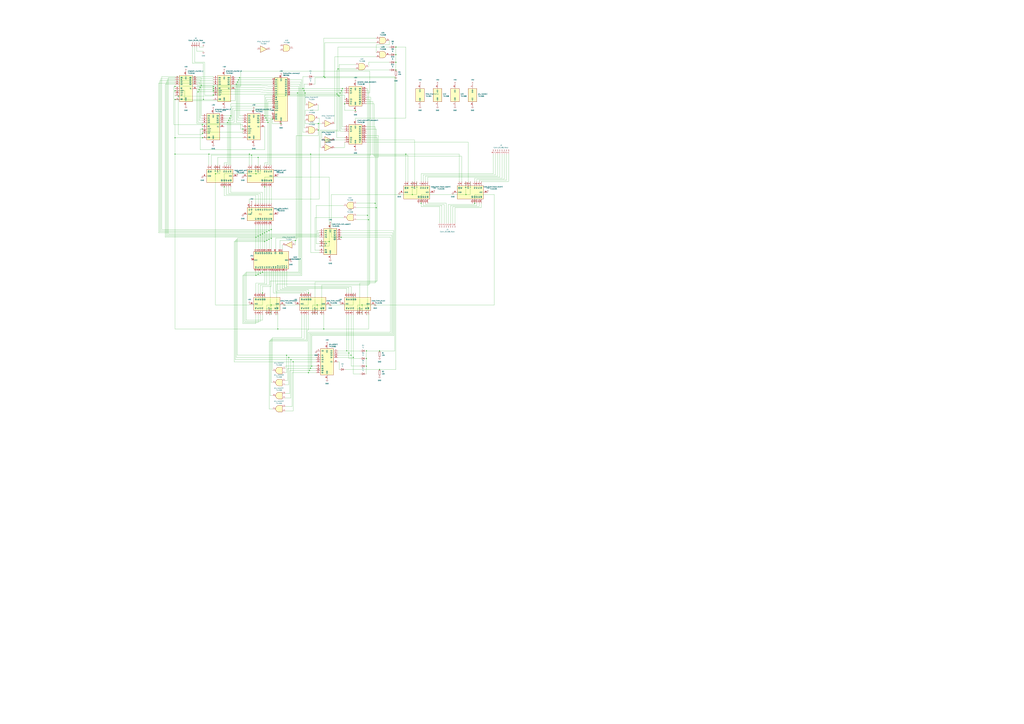
<source format=kicad_sch>
(kicad_sch (version 20211123) (generator eeschema)
  (paper "A0")
  (junction (at 203.2 100.33))
  (junction (at 264.16 142.24))
  (junction (at 260.35 217.17))
  (junction (at 289.56 179.07))
  (junction (at 459.74 54.61))
  (junction (at 332.74 412.75))
  (junction (at 396.24 105.41))
  (junction (at 353.06 105.41))
  (junction (at 391.16 109.22))
  (junction (at 340.36 420.37))
  (junction (at 234.95 144.78))
  (junction (at 396.24 275.59))
  (junction (at 488.95 236.22))
  (junction (at 309.88 279.4))
  (junction (at 541.02 226.06))
  (junction (at 459.74 63.5))
  (junction (at 302.26 273.05))
  (junction (at 394.97 107.95))
  (junction (at 368.3 354.33))
  (junction (at 304.8 316.23))
  (junction (at 375.92 382.27))
  (junction (at 311.15 142.24))
  (junction (at 360.68 427.99))
  (junction (at 307.34 217.17))
  (junction (at 247.65 110.49))
  (junction (at 375.92 88.9))
  (junction (at 299.72 182.88))
  (junction (at 203.2 105.41))
  (junction (at 342.9 279.4))
  (junction (at 377.19 90.17))
  (junction (at 420.37 354.33))
  (junction (at 351.79 102.87))
  (junction (at 307.34 134.62))
  (junction (at 459.74 81.28))
  (junction (at 400.05 120.65))
  (junction (at 436.88 241.3))
  (junction (at 267.97 134.62))
  (junction (at 203.2 179.07))
  (junction (at 229.87 106.68))
  (junction (at 314.96 276.86))
  (junction (at 207.01 111.76))
  (junction (at 312.42 267.97))
  (junction (at 369.57 143.51))
  (junction (at 309.88 269.24))
  (junction (at 307.34 280.67))
  (junction (at 309.88 139.7))
  (junction (at 361.95 425.45))
  (junction (at 392.43 110.49))
  (junction (at 233.68 99.06))
  (junction (at 316.23 138.43))
  (junction (at 427.99 255.27))
  (junction (at 281.94 149.86))
  (junction (at 234.95 154.94))
  (junction (at 358.14 340.36))
  (junction (at 250.19 201.93))
  (junction (at 297.18 275.59))
  (junction (at 397.51 102.87))
  (junction (at 276.86 92.71))
  (junction (at 478.79 226.06))
  (junction (at 426.72 250.19))
  (junction (at 392.43 80.01))
  (junction (at 322.58 382.27))
  (junction (at 304.8 271.78))
  (junction (at 382.27 280.67))
  (junction (at 435.61 236.22))
  (junction (at 354.33 107.95))
  (junction (at 231.14 104.14))
  (junction (at 242.57 179.07))
  (junction (at 551.18 236.22))
  (junction (at 425.45 407.67))
  (junction (at 308.61 137.16))
  (junction (at 247.65 105.41))
  (junction (at 369.57 151.13))
  (junction (at 274.32 97.79))
  (junction (at 326.39 143.51))
  (junction (at 358.14 433.07))
  (junction (at 247.65 102.87))
  (junction (at 234.95 149.86))
  (junction (at 266.7 137.16))
  (junction (at 278.13 90.17))
  (junction (at 275.59 95.25))
  (junction (at 471.17 179.07))
  (junction (at 360.68 179.07))
  (junction (at 302.26 317.5))
  (junction (at 337.82 417.83))
  (junction (at 297.18 201.93))
  (junction (at 299.72 318.77))
  (junction (at 412.75 128.27))
  (junction (at 440.69 407.67))
  (junction (at 393.7 111.76))
  (junction (at 232.41 101.6))
  (junction (at 402.59 407.67))
  (junction (at 312.42 278.13))
  (junction (at 307.34 270.51))
  (junction (at 407.67 412.75))
  (junction (at 359.41 430.53))
  (junction (at 405.13 410.21))
  (junction (at 247.65 100.33))
  (junction (at 304.8 340.36))
  (junction (at 203.2 115.57))
  (junction (at 297.18 320.04))
  (junction (at 335.28 415.29))
  (junction (at 345.44 107.95))
  (junction (at 314.96 354.33))
  (junction (at 234.95 160.02))
  (junction (at 299.72 274.32))
  (junction (at 410.21 415.29))
  (junction (at 440.69 429.26))
  (junction (at 425.45 416.56))
  (junction (at 292.1 180.34))
  (junction (at 425.45 425.45))
  (junction (at 236.22 115.57))
  (junction (at 203.2 160.02))
  (junction (at 459.74 72.39))
  (junction (at 265.43 139.7))
  (junction (at 314.96 266.7))
  (wire (pts (xy 299.72 182.88) (xy 299.72 191.77)))
  (wire (pts (xy 309.88 279.4) (xy 273.05 279.4)))
  (wire (pts (xy 203.2 100.33) (xy 203.2 102.87)))
  (wire (pts (xy 425.45 147.32) (xy 435.61 147.32)))
  (wire (pts (xy 307.34 217.17) (xy 307.34 236.22)))
  (wire (pts (xy 302.26 317.5) (xy 302.26 314.96)))
  (wire (pts (xy 193.04 274.32) (xy 193.04 95.25)))
  (wire (pts (xy 307.34 110.49) (xy 316.23 110.49)))
  (wire (pts (xy 271.78 420.37) (xy 271.78 280.67)))
  (wire (pts (xy 347.98 317.5) (xy 347.98 97.79)))
  (wire (pts (xy 233.68 99.06) (xy 233.68 134.62)))
  (wire (pts (xy 304.8 332.74) (xy 314.96 332.74)))
  (wire (pts (xy 307.34 189.23) (xy 307.34 191.77)))
  (wire (pts (xy 279.4 82.55) (xy 279.4 100.33)))
  (wire (pts (xy 309.88 190.5) (xy 312.42 190.5)))
  (wire (pts (xy 265.43 139.7) (xy 260.35 139.7)))
  (wire (pts (xy 402.59 407.67) (xy 392.43 407.67)))
  (wire (pts (xy 247.65 93.98) (xy 185.42 93.98)))
  (wire (pts (xy 317.5 340.36) (xy 317.5 314.96)))
  (wire (pts (xy 252.73 182.88) (xy 252.73 191.77)))
  (wire (pts (xy 365.76 365.76) (xy 365.76 327.66)))
  (wire (pts (xy 457.2 389.89) (xy 457.2 267.97)))
  (wire (pts (xy 322.58 382.27) (xy 322.58 365.76)))
  (wire (pts (xy 410.21 365.76) (xy 410.21 415.29)))
  (wire (pts (xy 223.52 54.61) (xy 223.52 73.66)))
  (wire (pts (xy 358.14 354.33) (xy 314.96 354.33)))
  (wire (pts (xy 520.7 237.49) (xy 551.18 237.49)))
  (wire (pts (xy 201.93 144.78) (xy 201.93 100.33)))
  (wire (pts (xy 309.88 330.2) (xy 309.88 314.96)))
  (wire (pts (xy 307.34 147.32) (xy 307.34 173.99)))
  (wire (pts (xy 377.19 49.53) (xy 436.88 49.53)))
  (wire (pts (xy 375.92 88.9) (xy 364.49 88.9)))
  (wire (pts (xy 471.17 179.07) (xy 533.4 179.07)))
  (wire (pts (xy 307.34 173.99) (xy 232.41 173.99)))
  (wire (pts (xy 336.55 110.49) (xy 392.43 110.49)))
  (wire (pts (xy 314.96 354.33) (xy 314.96 365.76)))
  (wire (pts (xy 365.76 90.17) (xy 377.19 90.17)))
  (wire (pts (xy 325.12 289.56) (xy 325.12 279.4)))
  (wire (pts (xy 203.2 105.41) (xy 203.2 107.95)))
  (wire (pts (xy 345.44 107.95) (xy 354.33 107.95)))
  (wire (pts (xy 392.43 110.49) (xy 392.43 151.13)))
  (wire (pts (xy 425.45 416.56) (xy 425.45 425.45)))
  (wire (pts (xy 556.26 240.03) (xy 556.26 236.22)))
  (wire (pts (xy 393.7 111.76) (xy 393.7 152.4)))
  (wire (pts (xy 405.13 334.01) (xy 330.2 334.01)))
  (wire (pts (xy 335.28 415.29) (xy 335.28 447.04)))
  (wire (pts (xy 535.94 181.61) (xy 434.34 181.61)))
  (wire (pts (xy 260.35 134.62) (xy 267.97 134.62)))
  (wire (pts (xy 558.8 210.82) (xy 590.55 210.82)))
  (wire (pts (xy 392.43 151.13) (xy 372.11 151.13)))
  (wire (pts (xy 276.86 92.71) (xy 316.23 92.71)))
  (wire (pts (xy 193.04 95.25) (xy 203.2 95.25)))
  (wire (pts (xy 231.14 54.61) (xy 236.22 54.61)))
  (wire (pts (xy 203.2 115.57) (xy 236.22 115.57)))
  (wire (pts (xy 397.51 102.87) (xy 397.51 147.32)))
  (wire (pts (xy 320.04 365.76) (xy 321.31 365.76)))
  (wire (pts (xy 307.34 280.67) (xy 307.34 289.56)))
  (wire (pts (xy 351.79 102.87) (xy 351.79 153.67)))
  (wire (pts (xy 281.94 375.92) (xy 281.94 320.04)))
  (wire (pts (xy 234.95 144.78) (xy 281.94 144.78)))
  (wire (pts (xy 186.69 91.44) (xy 247.65 91.44)))
  (wire (pts (xy 187.96 88.9) (xy 187.96 266.7)))
  (wire (pts (xy 336.55 430.53) (xy 336.55 457.2)))
  (wire (pts (xy 273.05 116.84) (xy 214.63 116.84)))
  (wire (pts (xy 425.45 162.56) (xy 481.33 162.56)))
  (wire (pts (xy 314.96 134.62) (xy 307.34 134.62)))
  (wire (pts (xy 302.26 273.05) (xy 369.57 273.05)))
  (wire (pts (xy 491.49 238.76) (xy 513.08 238.76)))
  (wire (pts (xy 459.74 54.61) (xy 471.17 54.61)))
  (wire (pts (xy 435.61 236.22) (xy 435.61 328.93)))
  (wire (pts (xy 350.52 92.71) (xy 336.55 92.71)))
  (wire (pts (xy 307.34 134.62) (xy 307.34 110.49)))
  (wire (pts (xy 435.61 328.93) (xy 417.83 328.93)))
  (wire (pts (xy 314.96 217.17) (xy 314.96 236.22)))
  (wire (pts (xy 245.11 180.34) (xy 292.1 180.34)))
  (wire (pts (xy 260.35 227.33) (xy 297.18 227.33)))
  (wire (pts (xy 491.49 203.2) (xy 491.49 210.82)))
  (wire (pts (xy 313.69 191.77) (xy 312.42 191.77)))
  (wire (pts (xy 336.55 105.41) (xy 353.06 105.41)))
  (wire (pts (xy 271.78 128.27) (xy 271.78 142.24)))
  (wire (pts (xy 435.61 147.32) (xy 435.61 236.22)))
  (wire (pts (xy 279.4 149.86) (xy 281.94 149.86)))
  (wire (pts (xy 359.41 430.53) (xy 336.55 430.53)))
  (wire (pts (xy 358.14 336.55) (xy 358.14 340.36)))
  (wire (pts (xy 455.93 270.51) (xy 455.93 388.62)))
  (wire (pts (xy 396.24 275.59) (xy 453.39 275.59)))
  (wire (pts (xy 262.89 226.06) (xy 262.89 217.17)))
  (wire (pts (xy 369.57 151.13) (xy 369.57 143.51)))
  (wire (pts (xy 232.41 149.86) (xy 234.95 149.86)))
  (wire (pts (xy 331.47 447.04) (xy 335.28 447.04)))
  (wire (pts (xy 370.84 231.14) (xy 289.56 231.14)))
  (wire (pts (xy 283.21 374.65) (xy 299.72 374.65)))
  (wire (pts (xy 367.03 238.76) (xy 367.03 283.21)))
  (wire (pts (xy 415.29 354.33) (xy 420.37 354.33)))
  (wire (pts (xy 322.58 111.76) (xy 393.7 111.76)))
  (wire (pts (xy 410.21 434.34) (xy 417.83 434.34)))
  (wire (pts (xy 194.31 273.05) (xy 302.26 273.05)))
  (wire (pts (xy 297.18 320.04) (xy 350.52 320.04)))
  (wire (pts (xy 430.53 180.34) (xy 430.53 113.03)))
  (wire (pts (xy 245.11 191.77) (xy 245.11 180.34)))
  (wire (pts (xy 546.1 226.06) (xy 546.1 210.82)))
  (wire (pts (xy 247.65 109.22) (xy 391.16 109.22)))
  (wire (pts (xy 316.23 100.33) (xy 300.99 99.06)))
  (wire (pts (xy 297.18 320.04) (xy 297.18 314.96)))
  (wire (pts (xy 400.05 147.32) (xy 397.51 147.32)))
  (wire (pts (xy 367.03 415.29) (xy 335.28 415.29)))
  (wire (pts (xy 308.61 137.16) (xy 313.69 137.16)))
  (wire (pts (xy 274.32 415.29) (xy 274.32 278.13)))
  (wire (pts (xy 325.12 279.4) (xy 342.9 279.4)))
  (wire (pts (xy 410.21 354.33) (xy 368.3 354.33)))
  (wire (pts (xy 316.23 102.87) (xy 300.99 101.6)))
  (wire (pts (xy 434.34 120.65) (xy 425.45 120.65)))
  (wire (pts (xy 361.95 389.89) (xy 457.2 389.89)))
  (wire (pts (xy 265.43 139.7) (xy 265.43 190.5)))
  (wire (pts (xy 588.01 209.55) (xy 588.01 179.07)))
  (wire (pts (xy 316.23 138.43) (xy 316.23 143.51)))
  (wire (pts (xy 207.01 156.21) (xy 207.01 111.76)))
  (wire (pts (xy 335.28 415.29) (xy 274.32 415.29)))
  (wire (pts (xy 410.21 415.29) (xy 410.21 434.34)))
  (wire (pts (xy 452.12 72.39) (xy 427.99 72.39)))
  (wire (pts (xy 510.54 259.08) (xy 510.54 240.03)))
  (wire (pts (xy 325.12 314.96) (xy 325.12 336.55)))
  (wire (pts (xy 185.42 269.24) (xy 309.88 269.24)))
  (wire (pts (xy 234.95 149.86) (xy 234.95 152.4)))
  (wire (pts (xy 300.99 106.68) (xy 229.87 106.68)))
  (wire (pts (xy 494.03 237.49) (xy 494.03 236.22)))
  (wire (pts (xy 360.68 293.37) (xy 360.68 179.07)))
  (wire (pts (xy 370.84 137.16) (xy 370.84 231.14)))
  (wire (pts (xy 321.31 330.2) (xy 429.26 330.2)))
  (wire (pts (xy 402.59 365.76) (xy 402.59 407.67)))
  (wire (pts (xy 515.62 237.49) (xy 494.03 237.49)))
  (wire (pts (xy 307.34 137.16) (xy 308.61 137.16)))
  (wire (pts (xy 412.75 137.16) (xy 412.75 139.7)))
  (wire (pts (xy 309.88 139.7) (xy 309.88 115.57)))
  (wire (pts (xy 436.88 149.86) (xy 425.45 149.86)))
  (wire (pts (xy 307.34 261.62) (xy 307.34 270.51)))
  (wire (pts (xy 577.85 204.47) (xy 577.85 179.07)))
  (wire (pts (xy 304.8 340.36) (xy 304.8 354.33)))
  (wire (pts (xy 250.19 354.33) (xy 250.19 201.93)))
  (wire (pts (xy 247.65 96.52) (xy 247.65 97.79)))
  (wire (pts (xy 488.95 226.06) (xy 488.95 236.22)))
  (wire (pts (xy 237.49 110.49) (xy 247.65 110.49)))
  (wire (pts (xy 551.18 210.82) (xy 551.18 207.01)))
  (wire (pts (xy 321.31 365.76) (xy 321.31 330.2)))
  (wire (pts (xy 402.59 340.36) (xy 402.59 335.28)))
  (wire (pts (xy 355.6 340.36) (xy 355.6 337.82)))
  (wire (pts (xy 267.97 134.62) (xy 267.97 120.65)))
  (wire (pts (xy 195.58 271.78) (xy 195.58 90.17)))
  (wire (pts (xy 302.26 273.05) (xy 302.26 289.56)))
  (wire (pts (xy 358.14 433.07) (xy 339.09 433.07)))
  (wire (pts (xy 314.96 266.7) (xy 314.96 276.86)))
  (wire (pts (xy 229.87 106.68) (xy 229.87 142.24)))
  (wire (pts (xy 331.47 477.52) (xy 340.36 477.52)))
  (wire (pts (xy 289.56 231.14) (xy 289.56 236.22)))
  (wire (pts (xy 203.2 97.79) (xy 191.77 97.79)))
  (wire (pts (xy 405.13 410.21) (xy 392.43 410.21)))
  (wire (pts (xy 334.01 427.99) (xy 334.01 441.96)))
  (wire (pts (xy 336.55 457.2) (xy 331.47 457.2)))
  (wire (pts (xy 250.19 201.93) (xy 255.27 201.93)))
  (wire (pts (xy 273.05 90.17) (xy 278.13 90.17)))
  (wire (pts (xy 426.72 102.87) (xy 426.72 250.19)))
  (wire (pts (xy 398.78 238.76) (xy 367.03 238.76)))
  (wire (pts (xy 425.45 407.67) (xy 440.69 407.67)))
  (wire (pts (xy 382.27 280.67) (xy 382.27 205.74)))
  (wire (pts (xy 353.06 393.7) (xy 314.96 393.7)))
  (wire (pts (xy 278.13 90.17) (xy 278.13 134.62)))
  (wire (pts (xy 330.2 334.01) (xy 330.2 314.96)))
  (wire (pts (xy 267.97 134.62) (xy 267.97 191.77)))
  (wire (pts (xy 299.72 274.32) (xy 299.72 289.56)))
  (wire (pts (xy 414.02 236.22) (xy 435.61 236.22)))
  (wire (pts (xy 270.51 139.7) (xy 265.43 139.7)))
  (wire (pts (xy 510.54 240.03) (xy 488.95 240.03)))
  (wire (pts (xy 229.87 97.79) (xy 228.6 97.79)))
  (wire (pts (xy 429.26 107.95) (xy 425.45 107.95)))
  (wire (pts (xy 273.05 102.87) (xy 273.05 116.84)))
  (wire (pts (xy 316.23 125.73) (xy 270.51 125.73)))
  (wire (pts (xy 336.55 100.33) (xy 346.71 100.33)))
  (wire (pts (xy 356.87 383.54) (xy 356.87 396.24)))
  (wire (pts (xy 234.95 160.02) (xy 281.94 160.02)))
  (wire (pts (xy 369.57 128.27) (xy 354.33 128.27)))
  (wire (pts (xy 558.8 241.3) (xy 528.32 241.3)))
  (wire (pts (xy 360.68 179.07) (xy 289.56 179.07)))
  (wire (pts (xy 402.59 335.28) (xy 327.66 335.28)))
  (wire (pts (xy 304.8 223.52) (xy 267.97 223.52)))
  (wire (pts (xy 271.78 142.24) (xy 264.16 142.24)))
  (wire (pts (xy 186.69 267.97) (xy 186.69 91.44)))
  (wire (pts (xy 309.88 269.24) (xy 309.88 279.4)))
  (wire (pts (xy 275.59 95.25) (xy 316.23 95.25)))
  (wire (pts (xy 191.77 97.79) (xy 191.77 275.59)))
  (wire (pts (xy 400.05 165.1) (xy 400.05 171.45)))
  (wire (pts (xy 284.48 373.38) (xy 284.48 317.5)))
  (wire (pts (xy 369.57 143.51) (xy 354.33 143.51)))
  (wire (pts (xy 336.55 102.87) (xy 351.79 102.87)))
  (wire (pts (xy 392.43 412.75) (xy 407.67 412.75)))
  (wire (pts (xy 572.77 201.93) (xy 572.77 179.07)))
  (wire (pts (xy 304.8 236.22) (xy 304.8 223.52)))
  (wire (pts (xy 262.89 191.77) (xy 262.89 190.5)))
  (wire (pts (xy 433.07 118.11) (xy 433.07 180.34)))
  (wire (pts (xy 322.58 337.82) (xy 322.58 314.96)))
  (wire (pts (xy 281.94 134.62) (xy 278.13 134.62)))
  (wire (pts (xy 351.79 153.67) (xy 354.33 153.67)))
  (wire (pts (xy 361.95 425.45) (xy 361.95 389.89)))
  (wire (pts (xy 273.05 417.83) (xy 337.82 417.83)))
  (wire (pts (xy 496.57 236.22) (xy 518.16 236.22)))
  (wire (pts (xy 322.58 382.27) (xy 375.92 382.27)))
  (wire (pts (xy 255.27 191.77) (xy 255.27 201.93)))
  (wire (pts (xy 300.99 104.14) (xy 231.14 104.14)))
  (wire (pts (xy 237.49 110.49) (xy 237.49 72.39)))
  (wire (pts (xy 354.33 107.95) (xy 354.33 121.92)))
  (wire (pts (xy 458.47 407.67) (xy 458.47 88.9)))
  (wire (pts (xy 373.38 331.47) (xy 373.38 365.76)))
  (wire (pts (xy 312.42 474.98) (xy 316.23 474.98)))
  (wire (pts (xy 361.95 425.45) (xy 331.47 425.45)))
  (wire (pts (xy 299.72 226.06) (xy 262.89 226.06)))
  (wire (pts (xy 370.84 274.32) (xy 370.84 273.05)))
  (wire (pts (xy 439.42 182.88) (xy 299.72 182.88)))
  (wire (pts (xy 203.2 179.07) (xy 203.2 160.02)))
  (wire (pts (xy 436.88 52.07) (xy 436.88 60.96)))
  (wire (pts (xy 308.61 113.03) (xy 316.23 113.03)))
  (wire (pts (xy 299.72 261.62) (xy 299.72 274.32)))
  (wire (pts (xy 430.53 113.03) (xy 425.45 113.03)))
  (wire (pts (xy 262.89 190.5) (xy 265.43 190.5)))
  (wire (pts (xy 299.72 182.88) (xy 252.73 182.88)))
  (wire (pts (xy 229.87 142.24) (xy 234.95 142.24)))
  (wire (pts (xy 392.43 110.49) (xy 400.05 110.49)))
  (wire (pts (xy 471.17 54.61) (xy 471.17 137.16)))
  (wire (pts (xy 363.22 354.33) (xy 368.3 354.33)))
  (wire (pts (xy 405.13 340.36) (xy 405.13 334.01)))
  (wire (pts (xy 273.05 92.71) (xy 276.86 92.71)))
  (wire (pts (xy 297.18 201.93) (xy 260.35 201.93)))
  (wire (pts (xy 289.56 179.07) (xy 242.57 179.07)))
  (wire (pts (xy 551.18 226.06) (xy 551.18 236.22)))
  (wire (pts (xy 420.37 354.33) (xy 420.37 365.76)))
  (wire (pts (xy 400.05 152.4) (xy 394.97 152.4)))
  (wire (pts (xy 396.24 275.59) (xy 384.81 275.59)))
  (wire (pts (xy 292.1 180.34) (xy 292.1 191.77)))
  (wire (pts (xy 274.32 97.79) (xy 316.23 97.79)))
  (wire (pts (xy 353.06 148.59) (xy 354.33 148.59)))
  (wire (pts (xy 297.18 275.59) (xy 370.84 275.59)))
  (wire (pts (xy 194.31 92.71) (xy 194.31 273.05)))
  (wire (pts (xy 354.33 107.95) (xy 394.97 107.95)))
  (wire (pts (xy 454.66 387.35) (xy 454.66 273.05)))
  (wire (pts (xy 281.94 139.7) (xy 275.59 139.7)))
  (wire (pts (xy 331.47 433.07) (xy 332.74 433.07)))
  (wire (pts (xy 369.57 151.13) (xy 369.57 157.48)))
  (wire (pts (xy 195.58 271.78) (xy 304.8 271.78)))
  (wire (pts (xy 396.24 105.41) (xy 400.05 105.41)))
  (wire (pts (xy 392.43 420.37) (xy 393.7 420.37)))
  (wire (pts (xy 515.62 259.08) (xy 515.62 237.49)))
  (wire (pts (xy 302.26 331.47) (xy 312.42 331.47)))
  (wire (pts (xy 471.17 179.07) (xy 471.17 210.82)))
  (wire (pts (xy 304.8 316.23) (xy 304.8 314.96)))
  (wire (pts (xy 558.8 236.22) (xy 558.8 241.3)))
  (wire (pts (xy 203.2 115.57) (xy 203.2 160.02)))
  (wire (pts (xy 356.87 396.24) (xy 312.42 396.24)))
  (wire (pts (xy 316.23 459.74) (xy 313.69 459.74)))
  (wire (pts (xy 427.99 105.41) (xy 427.99 255.27)))
  (wire (pts (xy 292.1 180.34) (xy 430.53 180.34)))
  (wire (pts (xy 349.25 95.25) (xy 349.25 318.77)))
  (wire (pts (xy 367.03 283.21) (xy 370.84 283.21)))
  (wire (pts (xy 314.96 393.7) (xy 314.96 444.5)))
  (wire (pts (xy 228.6 102.87) (xy 228.6 143.51)))
  (wire (pts (xy 320.04 314.96) (xy 320.04 339.09)))
  (wire (pts (xy 373.38 152.4) (xy 373.38 162.56)))
  (wire (pts (xy 350.52 340.36) (xy 317.5 340.36)))
  (wire (pts (xy 313.69 459.74) (xy 313.69 394.97)))
  (wire (pts (xy 193.04 274.32) (xy 299.72 274.32)))
  (wire (pts (xy 553.72 236.22) (xy 553.72 238.76)))
  (wire (pts (xy 234.95 134.62) (xy 233.68 134.62)))
  (wire (pts (xy 273.05 95.25) (xy 275.59 95.25)))
  (wire (pts (xy 394.97 107.95) (xy 400.05 107.95)))
  (wire (pts (xy 372.11 171.45) (xy 373.38 171.45)))
  (wire (pts (xy 350.52 320.04) (xy 350.52 92.71)))
  (wire (pts (xy 543.56 165.1) (xy 543.56 210.82)))
  (wire (pts (xy 334.01 441.96) (xy 331.47 441.96)))
  (wire (pts (xy 365.76 327.66) (xy 436.88 327.66)))
  (wire (pts (xy 236.22 115.57) (xy 236.22 73.66)))
  (wire (pts (xy 185.42 93.98) (xy 185.42 269.24)))
  (wire (pts (xy 459.74 54.61) (xy 459.74 63.5)))
  (wire (pts (xy 345.44 107.95) (xy 345.44 276.86)))
  (wire (pts (xy 350.52 392.43) (xy 350.52 365.76)))
  (wire (pts (xy 393.7 152.4) (xy 373.38 152.4)))
  (wire (pts (xy 297.18 328.93) (xy 297.18 340.36)))
  (wire (pts (xy 309.88 191.77) (xy 309.88 190.5)))
  (wire (pts (xy 478.79 226.06) (xy 483.87 226.06)))
  (wire (pts (xy 247.65 95.25) (xy 247.65 93.98)))
  (wire (pts (xy 391.16 160.02) (xy 400.05 160.02)))
  (wire (pts (xy 184.15 96.52) (xy 247.65 96.52)))
  (wire (pts (xy 360.68 427.99) (xy 334.01 427.99)))
  (wire (pts (xy 556.26 210.82) (xy 556.26 209.55)))
  (wire (pts (xy 273.05 97.79) (xy 274.32 97.79)))
  (wire (pts (xy 229.87 106.68) (xy 229.87 97.79)))
  (wire (pts (xy 312.42 267.97) (xy 312.42 278.13)))
  (wire (pts (xy 299.72 340.36) (xy 299.72 330.2)))
  (wire (pts (xy 400.05 128.27) (xy 412.75 128.27)))
  (wire (pts (xy 347.98 97.79) (xy 336.55 97.79)))
  (wire (pts (xy 368.3 271.78) (xy 368.3 267.97)))
  (wire (pts (xy 556.26 209.55) (xy 588.01 209.55)))
  (wire (pts (xy 580.39 179.07) (xy 580.39 205.74)))
  (wire (pts (xy 313.69 137.16) (xy 313.69 191.77)))
  (wire (pts (xy 391.16 109.22) (xy 391.16 160.02)))
  (wire (pts (xy 436.88 44.45) (xy 375.92 44.45)))
  (wire (pts (xy 351.79 88.9) (xy 356.87 88.9)))
  (wire (pts (xy 525.78 240.03) (xy 556.26 240.03)))
  (wire (pts (xy 247.65 110.49) (xy 247.65 109.22)))
  (wire (pts (xy 274.32 278.13) (xy 312.42 278.13)))
  (wire (pts (xy 231.14 104.14) (xy 231.14 139.7)))
  (wire (pts (xy 264.16 142.24) (xy 264.16 189.23)))
  (wire (pts (xy 342.9 279.4) (xy 342.9 284.48)))
  (wire (pts (xy 260.35 191.77) (xy 260.35 189.23)))
  (wire (pts (xy 425.45 157.48) (xy 439.42 157.48)))
  (wire (pts (xy 353.06 365.76) (xy 353.06 393.7)))
  (wire (pts (xy 355.6 337.82) (xy 322.58 337.82)))
  (wire (pts (xy 273.05 279.4) (xy 273.05 417.83)))
  (wire (pts (xy 363.22 365.76) (xy 363.22 354.33)))
  (wire (pts (xy 304.8 372.11) (xy 304.8 365.76)))
  (wire (pts (xy 297.18 227.33) (xy 297.18 236.22)))
  (wire (pts (xy 297.18 201.93) (xy 302.26 201.93)))
  (wire (pts (xy 427.99 382.27) (xy 427.99 365.76)))
  (wire (pts (xy 332.74 314.96) (xy 332.74 332.74)))
  (wire (pts (xy 355.6 394.97) (xy 355.6 365.76)))
  (wire (pts (xy 367.03 430.53) (xy 359.41 430.53)))
  (wire (pts (xy 353.06 339.09) (xy 353.06 340.36)))
  (wire (pts (xy 369.57 143.51) (xy 373.38 143.51)))
  (wire (pts (xy 388.62 66.04) (xy 436.88 66.04)))
  (wire (pts (xy 425.45 105.41) (xy 427.99 105.41)))
  (wire (pts (xy 234.95 147.32) (xy 234.95 144.78)))
  (wire (pts (xy 307.34 139.7) (xy 309.88 139.7)))
  (wire (pts (xy 436.88 241.3) (xy 436.88 149.86)))
  (wire (pts (xy 425.45 102.87) (xy 426.72 102.87)))
  (wire (pts (xy 553.72 238.76) (xy 523.24 238.76)))
  (wire (pts (xy 452.12 46.99) (xy 452.12 52.07)))
  (wire (pts (xy 289.56 191.77) (xy 289.56 179.07)))
  (wire (pts (xy 359.41 430.53) (xy 359.41 387.35)))
  (wire (pts (xy 276.86 92.71) (xy 276.86 137.16)))
  (wire (pts (xy 459.74 72.39) (xy 459.74 81.28)))
  (wire (pts (xy 266.7 137.16) (xy 260.35 137.16)))
  (wire (pts (xy 331.47 425.45) (xy 331.47 427.99)))
  (wire (pts (xy 354.33 143.51) (xy 354.33 139.7)))
  (wire (pts (xy 203.2 179.07) (xy 203.2 382.27)))
  (wire (pts (xy 279.4 100.33) (xy 247.65 100.33)))
  (wire (pts (xy 336.55 95.25) (xy 349.25 95.25)))
  (wire (pts (xy 302.26 261.62) (xy 302.26 273.05)))
  (wire (pts (xy 370.84 293.37) (xy 360.68 293.37)))
  (wire (pts (xy 228.6 143.51) (xy 279.4 143.51)))
  (wire (pts (xy 407.67 365.76) (xy 407.67 412.75)))
  (wire (pts (xy 346.71 100.33) (xy 346.71 316.23)))
  (wire (pts (xy 297.18 191.77) (xy 297.18 201.93)))
  (wire (pts (xy 232.41 137.16) (xy 234.95 137.16)))
  (wire (pts (xy 457.2 267.97) (xy 396.24 267.97)))
  (wire (pts (xy 346.71 316.23) (xy 304.8 316.23)))
  (wire (pts (xy 232.41 173.99) (xy 232.41 149.86)))
  (wire (pts (xy 304.8 271.78) (xy 368.3 271.78)))
  (wire (pts (xy 203.2 160.02) (xy 234.95 160.02)))
  (wire (pts (xy 309.88 354.33) (xy 314.96 354.33)))
  (wire (pts (xy 269.24 137.16) (xy 266.7 137.16)))
  (wire (pts (xy 322.58 90.17) (xy 322.58 111.76)))
  (wire (pts (xy 388.62 162.56) (xy 400.05 162.56)))
  (wire (pts (xy 367.03 433.07) (xy 358.14 433.07)))
  (wire (pts (xy 284.48 317.5) (xy 302.26 317.5)))
  (wire (pts (xy 339.09 472.44) (xy 331.47 472.44)))
  (wire (pts (xy 440.69 407.67) (xy 458.47 407.67)))
  (wire (pts (xy 580.39 205.74) (xy 496.57 205.74)))
  (wire (pts (xy 309.88 261.62) (xy 309.88 269.24)))
  (wire (pts (xy 311.15 189.23) (xy 307.34 189.23)))
  (wire (pts (xy 438.15 326.39) (xy 313.69 326.39)))
  (wire (pts (xy 410.21 340.36) (xy 410.21 354.33)))
  (wire (pts (xy 392.43 110.49) (xy 392.43 80.01)))
  (wire (pts (xy 299.72 374.65) (xy 299.72 365.76)))
  (wire (pts (xy 429.26 82.55) (xy 279.4 82.55)))
  (wire (pts (xy 332.74 412.75) (xy 367.03 412.75)))
  (wire (pts (xy 433.07 180.34) (xy 473.71 180.34)))
  (wire (pts (xy 425.45 160.02) (xy 438.15 160.02)))
  (wire (pts (xy 247.65 111.76) (xy 247.65 110.49)))
  (wire (pts (xy 365.76 290.83) (xy 365.76 252.73)))
  (wire (pts (xy 377.19 90.17) (xy 459.74 90.17)))
  (wire (pts (xy 316.23 143.51) (xy 326.39 143.51)))
  (wire (pts (xy 281.94 153.67) (xy 281.94 154.94)))
  (wire (pts (xy 316.23 128.27) (xy 271.78 128.27)))
  (wire (pts (xy 369.57 273.05) (xy 369.57 270.51)))
  (wire (pts (xy 396.24 149.86) (xy 400.05 149.86)))
  (wire (pts (xy 336.55 107.95) (xy 345.44 107.95)))
  (wire (pts (xy 365.76 252.73) (xy 398.78 252.73)))
  (wire (pts (xy 494.03 210.82) (xy 494.03 204.47)))
  (wire (pts (xy 203.2 100.33) (xy 247.65 100.33)))
  (wire (pts (xy 300.99 101.6) (xy 232.41 101.6)))
  (wire (pts (xy 541.02 226.06) (xy 541.02 210.82)))
  (wire (pts (xy 299.72 236.22) (xy 299.72 226.06)))
  (wire (pts (xy 312.42 331.47) (xy 312.42 314.96)))
  (wire (pts (xy 459.74 429.26) (xy 440.69 429.26)))
  (wire (pts (xy 247.65 100.33) (xy 247.65 102.87)))
  (wire (pts (xy 314.96 261.62) (xy 314.96 266.7)))
  (wire (pts (xy 368.3 354.33) (xy 368.3 365.76)))
  (wire (pts (xy 375.92 44.45) (xy 375.92 88.9)))
  (wire (pts (xy 332.74 332.74) (xy 407.67 332.74)))
  (wire (pts (xy 533.4 179.07) (xy 533.4 210.82)))
  (wire (pts (xy 274.32 97.79) (xy 274.32 142.24)))
  (wire (pts (xy 458.47 88.9) (xy 375.92 88.9)))
  (wire (pts (xy 184.15 270.51) (xy 307.34 270.51)))
  (wire (pts (xy 402.59 407.67) (xy 417.83 407.67)))
  (wire (pts (xy 304.8 271.78) (xy 304.8 289.56)))
  (wire (pts (xy 302.26 201.93) (xy 302.26 191.77)))
  (wire (pts (xy 358.14 365.76) (xy 358.14 383.54)))
  (wire (pts (xy 396.24 270.51) (xy 455.93 270.51)))
  (wire (pts (xy 518.16 236.22) (xy 518.16 259.08)))
  (wire (pts (xy 250.19 191.77) (xy 250.19 201.93)))
  (wire (pts (xy 339.09 433.07) (xy 339.09 472.44)))
  (wire (pts (xy 344.17 279.4) (xy 342.9 279.4)))
  (wire (pts (xy 312.42 190.5) (xy 312.42 139.7)))
  (wire (pts (xy 388.62 143.51) (xy 388.62 66.04)))
  (wire (pts (xy 203.2 110.49) (xy 203.2 111.76)))
  (wire (pts (xy 271.78 280.67) (xy 307.34 280.67)))
  (wire (pts (xy 201.93 100.33) (xy 203.2 100.33)))
  (wire (pts (xy 299.72 318.77) (xy 283.21 318.77)))
  (wire (pts (xy 260.35 217.17) (xy 260.35 227.33)))
  (wire (pts (xy 242.57 191.77) (xy 242.57 179.07)))
  (wire (pts (xy 520.7 259.08) (xy 520.7 237.49)))
  (wire (pts (xy 312.42 217.17) (xy 312.42 236.22)))
  (wire (pts (xy 279.4 143.51) (xy 279.4 149.86)))
  (wire (pts (xy 528.32 241.3) (xy 528.32 259.08)))
  (wire (pts (xy 392.43 80.01) (xy 392.43 54.61)))
  (wire (pts (xy 281.94 144.78) (xy 281.94 147.32)))
  (wire (pts (xy 327.66 335.28) (xy 327.66 314.96)))
  (wire (pts (xy 405.13 365.76) (xy 405.13 410.21)))
  (wire (pts (xy 236.22 115.57) (xy 247.65 115.57)))
  (wire (pts (xy 478.79 226.06) (xy 478.79 210.82)))
  (wire (pts (xy 382.27 285.75) (xy 370.84 285.75)))
  (wire (pts (xy 392.43 54.61) (xy 452.12 54.61)))
  (wire (pts (xy 453.39 275.59) (xy 453.39 386.08)))
  (wire (pts (xy 234.95 139.7) (xy 231.14 139.7)))
  (wire (pts (xy 370.84 290.83) (xy 365.76 290.83)))
  (wire (pts (xy 307.34 270.51) (xy 307.34 280.67)))
  (wire (pts (xy 302.26 340.36) (xy 302.26 331.47)))
  (wire (pts (xy 186.69 267.97) (xy 312.42 267.97)))
  (wire (pts (xy 285.75 316.23) (xy 285.75 372.11)))
  (wire (pts (xy 311.15 142.24) (xy 311.15 189.23)))
  (wire (pts (xy 307.34 205.74) (xy 307.34 217.17)))
  (wire (pts (xy 425.45 118.11) (xy 433.07 118.11)))
  (wire (pts (xy 415.29 365.76) (xy 415.29 354.33)))
  (wire (pts (xy 203.2 111.76) (xy 207.01 111.76)))
  (wire (pts (xy 353.06 105.41) (xy 396.24 105.41)))
  (wire (pts (xy 312.42 261.62) (xy 312.42 267.97)))
  (wire (pts (xy 429.26 115.57) (xy 429.26 330.2)))
  (wire (pts (xy 392.43 80.01) (xy 412.75 80.01)))
  (wire (pts (xy 394.97 107.95) (xy 394.97 152.4)))
  (wire (pts (xy 304.8 354.33) (xy 250.19 354.33)))
  (wire (pts (xy 353.06 105.41) (xy 353.06 97.79)))
  (wire (pts (xy 314.96 444.5) (xy 316.23 444.5)))
  (wire (pts (xy 453.39 386.08) (xy 358.14 386.08)))
  (wire (pts (xy 304.8 261.62) (xy 304.8 271.78)))
  (wire (pts (xy 513.08 238.76) (xy 513.08 259.08)))
  (wire (pts (xy 349.25 318.77) (xy 299.72 318.77)))
  (wire (pts (xy 265.43 224.79) (xy 302.26 224.79)))
  (wire (pts (xy 582.93 207.01) (xy 582.93 179.07)))
  (wire (pts (xy 523.24 238.76) (xy 523.24 259.08)))
  (wire (pts (xy 231.14 104.14) (xy 231.14 95.25)))
  (wire (pts (xy 575.31 203.2) (xy 491.49 203.2)))
  (wire (pts (xy 228.6 59.69) (xy 236.22 59.69)))
  (wire (pts (xy 354.33 128.27) (xy 354.33 134.62)))
  (wire (pts (xy 360.68 427.99) (xy 367.03 427.99)))
  (wire (pts (xy 247.65 88.9) (xy 187.96 88.9)))
  (wire (pts (xy 316.23 392.43) (xy 350.52 392.43)))
  (wire (pts (xy 260.35 201.93) (xy 260.35 217.17)))
  (wire (pts (xy 187.96 266.7) (xy 314.96 266.7)))
  (wire (pts (xy 553.72 210.82) (xy 553.72 208.28)))
  (wire (pts (xy 267.97 223.52) (xy 267.97 217.17)))
  (wire (pts (xy 311.15 118.11) (xy 316.23 118.11)))
  (wire (pts (xy 285.75 372.11) (xy 304.8 372.11)))
  (wire (pts (xy 452.12 52.07) (xy 436.88 52.07)))
  (wire (pts (xy 425.45 165.1) (xy 543.56 165.1)))
  (wire (pts (xy 276.86 137.16) (xy 281.94 137.16)))
  (wire (pts (xy 459.74 63.5) (xy 459.74 72.39)))
  (wire (pts (xy 283.21 318.77) (xy 283.21 374.65)))
  (wire (pts (xy 426.72 365.76) (xy 425.45 365.76)))
  (wire (pts (xy 375.92 382.27) (xy 427.99 382.27)))
  (wire (pts (xy 414.02 241.3) (xy 436.88 241.3)))
  (wire (pts (xy 320.04 339.09) (xy 353.06 339.09)))
  (wire (pts (xy 214.63 116.84) (xy 214.63 105.41)))
  (wire (pts (xy 297.18 275.59) (xy 297.18 289.56)))
  (wire (pts (xy 270.51 125.73) (xy 270.51 139.7)))
  (wire (pts (xy 473.71 180.34) (xy 473.71 210.82)))
  (wire (pts (xy 400.05 118.11) (xy 400.05 120.65)))
  (wire (pts (xy 425.45 425.45) (xy 425.45 434.34)))
  (wire (pts (xy 364.49 97.79) (xy 365.76 97.79)))
  (wire (pts (xy 400.05 171.45) (xy 388.62 171.45)))
  (wire (pts (xy 281.94 153.67) (xy 234.95 153.67)))
  (wire (pts (xy 553.72 208.28) (xy 585.47 208.28)))
  (wire (pts (xy 312.42 278.13) (xy 312.42 289.56)))
  (wire (pts (xy 496.57 205.74) (xy 496.57 210.82)))
  (wire (pts (xy 327.66 284.48) (xy 327.66 289.56)))
  (wire (pts (xy 488.95 210.82) (xy 488.95 201.93)))
  (wire (pts (xy 407.67 332.74) (xy 407.67 340.36)))
  (wire (pts (xy 481.33 162.56) (xy 481.33 210.82)))
  (wire (pts (xy 309.88 115.57) (xy 316.23 115.57)))
  (wire (pts (xy 391.16 81.28) (xy 452.12 81.28)))
  (wire (pts (xy 316.23 107.95) (xy 300.99 106.68)))
  (wire (pts (xy 234.95 144.78) (xy 201.93 144.78)))
  (wire (pts (xy 247.65 90.17) (xy 247.65 88.9)))
  (wire (pts (xy 440.69 429.26) (xy 401.32 429.26)))
  (wire (pts (xy 382.27 205.74) (xy 307.34 205.74)))
  (wire (pts (xy 353.06 97.79) (xy 356.87 97.79)))
  (wire (pts (xy 377.19 90.17) (xy 377.19 49.53)))
  (wire (pts (xy 426.72 250.19) (xy 426.72 365.76)))
  (wire (pts (xy 267.97 120.65) (xy 316.23 120.65)))
  (wire (pts (xy 226.06 72.39) (xy 226.06 54.61)))
  (wire (pts (xy 332.74 412.75) (xy 332.74 433.07)))
  (wire (pts (xy 365.76 97.79) (xy 365.76 90.17)))
  (wire (pts (xy 384.81 275.59) (xy 384.81 226.06)))
  (wire (pts (xy 266.7 137.16) (xy 266.7 191.77)))
  (wire (pts (xy 407.67 425.45) (xy 417.83 425.45)))
  (wire (pts (xy 590.55 210.82) (xy 590.55 179.07)))
  (wire (pts (xy 396.24 105.41) (xy 396.24 149.86)))
  (wire (pts (xy 234.95 156.21) (xy 207.01 156.21)))
  (wire (pts (xy 316.23 105.41) (xy 300.99 104.14)))
  (wire (pts (xy 382.27 280.67) (xy 382.27 285.75)))
  (wire (pts (xy 247.65 91.44) (xy 247.65 92.71)))
  (wire (pts (xy 307.34 142.24) (xy 311.15 142.24)))
  (wire (pts (xy 551.18 237.49) (xy 551.18 236.22)))
  (wire (pts (xy 320.04 276.86) (xy 320.04 289.56)))
  (wire (pts (xy 417.83 328.93) (xy 417.83 365.76)))
  (wire (pts (xy 420.37 354.33) (xy 574.04 354.33)))
  (wire (pts (xy 308.61 137.16) (xy 308.61 113.03)))
  (wire (pts (xy 340.36 420.37) (xy 340.36 477.52)))
  (wire (pts (xy 414.02 250.19) (xy 426.72 250.19)))
  (wire (pts (xy 275.59 95.25) (xy 275.59 139.7)))
  (wire (pts (xy 340.36 420.37) (xy 271.78 420.37)))
  (wire (pts (xy 307.34 314.96) (xy 307.34 328.93)))
  (wire (pts (xy 234.95 153.67) (xy 234.95 154.94)))
  (wire (pts (xy 265.43 191.77) (xy 266.7 191.77)))
  (wire (pts (xy 299.72 318.77) (xy 299.72 314.96)))
  (wire (pts (xy 191.77 275.59) (xy 297.18 275.59)))
  (wire (pts (xy 434.34 181.61) (xy 434.34 120.65)))
  (wire (pts (xy 313.69 365.76) (xy 312.42 365.76)))
  (wire (pts (xy 242.57 179.07) (xy 203.2 179.07)))
  (wire (pts (xy 228.6 54.61) (xy 228.6 59.69)))
  (wire (pts (xy 454.66 273.05) (xy 396.24 273.05)))
  (wire (pts (xy 309.88 217.17) (xy 309.88 236.22)))
  (wire (pts (xy 214.63 105.41) (xy 203.2 105.41)))
  (wire (pts (xy 304.8 340.36) (xy 304.8 332.74)))
  (wire (pts (xy 309.88 279.4) (xy 309.88 289.56)))
  (wire (pts (xy 337.82 417.83) (xy 367.03 417.83)))
  (wire (pts (xy 302.26 224.79) (xy 302.26 236.22)))
  (wire (pts (xy 297.18 261.62) (xy 297.18 275.59)))
  (wire (pts (xy 247.65 105.41) (xy 247.65 107.95)))
  (wire (pts (xy 223.52 73.66) (xy 236.22 73.66)))
  (wire (pts (xy 551.18 207.01) (xy 582.93 207.01)))
  (wire (pts (xy 320.04 276.86) (xy 345.44 276.86)))
  (wire (pts (xy 309.88 365.76) (xy 309.88 354.33)))
  (wire (pts (xy 302.26 373.38) (xy 284.48 373.38)))
  (wire (pts (xy 400.05 110.49) (xy 400.05 115.57)))
  (wire (pts (xy 541.02 226.06) (xy 546.1 226.06)))
  (wire (pts (xy 311.15 142.24) (xy 311.15 118.11)))
  (wire (pts (xy 358.14 383.54) (xy 356.87 383.54)))
  (wire (pts (xy 307.34 328.93) (xy 297.18 328.93)))
  (wire (pts (xy 353.06 105.41) (xy 353.06 148.59)))
  (wire (pts (xy 316.23 135.89) (xy 316.23 138.43)))
  (wire (pts (xy 331.47 462.28) (xy 337.82 462.28)))
  (wire (pts (xy 525.78 259.08) (xy 525.78 240.03)))
  (wire (pts (xy 427.99 255.27) (xy 427.99 331.47)))
  (wire (pts (xy 314.96 332.74) (xy 314.96 314.96)))
  (wire (pts (xy 269.24 123.19) (xy 269.24 137.16)))
  (wire (pts (xy 234.95 154.94) (xy 234.95 156.21)))
  (wire (pts (xy 414.02 255.27) (xy 427.99 255.27)))
  (wire (pts (xy 351.79 102.87) (xy 351.79 88.9)))
  (wire (pts (xy 494.03 204.47) (xy 577.85 204.47)))
  (wire (pts (xy 459.74 90.17) (xy 459.74 429.26)))
  (wire (pts (xy 281.94 320.04) (xy 297.18 320.04)))
  (wire (pts (xy 360.68 388.62) (xy 360.68 427.99)))
  (wire (pts (xy 488.95 226.06) (xy 541.02 226.06)))
  (wire (pts (xy 393.7 420.37) (xy 393.7 429.26)))
  (wire (pts (xy 367.03 420.37) (xy 340.36 420.37)))
  (wire (pts (xy 233.68 90.17) (xy 228.6 90.17)))
  (wire (pts (xy 313.69 394.97) (xy 355.6 394.97)))
  (wire (pts (xy 316.23 123.19) (xy 269.24 123.19)))
  (wire (pts (xy 314.96 276.86) (xy 314.96 289.56)))
  (wire (pts (xy 535.94 210.82) (xy 535.94 181.61)))
  (wire (pts (xy 369.57 137.16) (xy 370.84 137.16)))
  (wire (pts (xy 312.42 396.24) (xy 312.42 474.98)))
  (wire (pts (xy 344.17 157.48) (xy 344.17 279.4)))
  (wire (pts (xy 275.59 276.86) (xy 275.59 412.75)))
  (wire (pts (xy 281.94 149.86) (xy 281.94 152.4)))
  (wire (pts (xy 491.49 236.22) (xy 491.49 238.76)))
  (wire (pts (xy 369.57 157.48) (xy 344.17 157.48)))
  (wire (pts (xy 203.2 92.71) (xy 194.31 92.71)))
  (wire (pts (xy 372.11 151.13) (xy 372.11 171.45)))
  (wire (pts (xy 575.31 179.07) (xy 575.31 203.2)))
  (wire (pts (xy 278.13 90.17) (xy 322.58 90.17)))
  (wire (pts (xy 369.57 121.92) (xy 369.57 128.27)))
  (wire (pts (xy 429.26 107.95) (xy 429.26 82.55)))
  (wire (pts (xy 232.41 101.6) (xy 232.41 137.16)))
  (wire (pts (xy 369.57 270.51) (xy 370.84 270.51)))
  (wire (pts (xy 397.51 102.87) (xy 400.05 102.87)))
  (wire (pts (xy 359.41 387.35) (xy 454.66 387.35)))
  (wire (pts (xy 297.18 365.76) (xy 297.18 375.92)))
  (wire (pts (xy 425.45 115.57) (xy 429.26 115.57)))
  (wire (pts (xy 370.84 280.67) (xy 382.27 280.67)))
  (wire (pts (xy 425.45 407.67) (xy 425.45 416.56)))
  (wire (pts (xy 316.23 430.53) (xy 316.23 392.43)))
  (wire (pts (xy 574.04 226.06) (xy 551.18 226.06)))
  (wire (pts (xy 393.7 111.76) (xy 393.7 74.93)))
  (wire (pts (xy 184.15 270.51) (xy 184.15 96.52)))
  (wire (pts (xy 488.95 240.03) (xy 488.95 236.22)))
  (wire (pts (xy 275.59 412.75) (xy 332.74 412.75)))
  (wire (pts (xy 405.13 416.56) (xy 417.83 416.56)))
  (wire (pts (xy 393.7 74.93) (xy 412.75 74.93)))
  (wire (pts (xy 302.26 317.5) (xy 347.98 317.5)))
  (wire (pts (xy 405.13 410.21) (xy 405.13 416.56)))
  (wire (pts (xy 384.81 226.06) (xy 478.79 226.06)))
  (wire (pts (xy 233.68 99.06) (xy 233.68 90.17)))
  (wire (pts (xy 455.93 388.62) (xy 360.68 388.62)))
  (wire (pts (xy 471.17 137.16) (xy 412.75 137.16)))
  (wire (pts (xy 195.58 90.17) (xy 203.2 90.17)))
  (wire (pts (xy 299.72 330.2) (xy 309.88 330.2)))
  (wire (pts (xy 312.42 139.7) (xy 309.88 139.7)))
  (wire (pts (xy 410.21 415.29) (xy 392.43 415.29)))
  (wire (pts (xy 488.95 201.93) (xy 572.77 201.93)))
  (wire (pts (xy 231.14 95.25) (xy 228.6 95.25)))
  (wire (pts (xy 407.67 412.75) (xy 407.67 425.45)))
  (wire (pts (xy 358.14 386.08) (xy 358.14 433.07)))
  (wire (pts (xy 274.32 142.24) (xy 281.94 142.24)))
  (wire (pts (xy 302.26 365.76) (xy 302.26 373.38)))
  (wire (pts (xy 314.96 191.77) (xy 314.96 134.62)))
  (wire (pts (xy 585.47 208.28) (xy 585.47 179.07)))
  (wire (pts (xy 325.12 336.55) (xy 358.14 336.55)))
  (wire (pts (xy 427.99 331.47) (xy 373.38 331.47)))
  (wire (pts (xy 237.49 72.39) (xy 226.06 72.39)))
  (wire (pts (xy 265.43 217.17) (xy 265.43 224.79)))
  (wire (pts (xy 360.68 179.07) (xy 471.17 179.07)))
  (wire (pts (xy 297.18 375.92) (xy 281.94 375.92)))
  (wire (pts (xy 232.41 92.71) (xy 228.6 92.71)))
  (wire (pts (xy 304.8 316.23) (xy 285.75 316.23)))
  (wire (pts (xy 247.65 102.87) (xy 247.65 105.41)))
  (wire (pts (xy 574.04 354.33) (xy 574.04 226.06)))
  (wire (pts (xy 436.88 327.66) (xy 436.88 241.3)))
  (wire (pts (xy 337.82 417.83) (xy 337.82 462.28)))
  (wire (pts (xy 299.72 274.32) (xy 370.84 274.32)))
  (wire (pts (xy 300.99 99.06) (xy 233.68 99.06)))
  (wire (pts (xy 438.15 160.02) (xy 438.15 326.39)))
  (wire (pts (xy 264.16 142.24) (xy 260.35 142.24)))
  (wire (pts (xy 313.69 326.39) (xy 313.69 365.76)))
  (wire (pts (xy 314.96 276.86) (xy 275.59 276.86)))
  (wire (pts (xy 368.3 267.97) (xy 370.84 267.97)))
  (wire (pts (xy 400.05 120.65) (xy 400.05 128.27)))
  (wire (pts (xy 375.92 382.27) (xy 375.92 365.76)))
  (wire (pts (xy 232.41 101.6) (xy 232.41 92.71)))
  (wire (pts (xy 483.87 226.06) (xy 483.87 210.82)))
  (wire (pts (xy 207.01 111.76) (xy 247.65 111.76)))
  (wire (pts (xy 351.79 102.87) (xy 397.51 102.87)))
  (wire (pts (xy 427.99 72.39) (xy 427.99 77.47)))
  (wire (pts (xy 439.42 157.48) (xy 439.42 182.88)))
  (wire (pts (xy 367.03 425.45) (xy 361.95 425.45)))
  (wire (pts (xy 391.16 109.22) (xy 391.16 81.28)))
  (wire (pts (xy 203.2 382.27) (xy 322.58 382.27)))
  (wire (pts (xy 260.35 189.23) (xy 264.16 189.23)))
  (wire (pts (xy 358.14 340.36) (xy 358.14 354.33)))
  (symbol (lib_id "Device:D") (at 455.93 72.39 180) (unit 1)
    (property "Reference" "D10" (at 455.93 66.04 0))
    (property "Value" "D" (at 455.93 68.58 0))
    (property "Footprint" "Diode_THT:D_DO-15_P2.54mm_Vertical_AnodeUp" (effects hide))
  )
  (symbol (lib_id "74xx:74LS08") (at 406.4 252.73 180) (unit 2)
    (property "Reference" "U1" (at 406.4 243.84 0))
    (property "Value" "74LS08" (at 406.4 246.38 0))
    (property "Footprint" "Package_DIP:DIP-14_W7.62mm_Socket" (effects hide))
    (property "Datasheet" "http://www.ti.com/lit/gpn/sn74LS08" (effects hide))
  )
  (symbol (lib_id "Memory_EEPROM:28C256") (at 326.39 115.57 0) (unit 1)
    (property "Reference" "instruction_memory1" (at 328.4094 85.09 0) (effects (justify left)))
    (property "Value" "28C256" (at 328.4094 87.63 0) (effects (justify left)))
    (property "Footprint" "Package_DIP:DIP-28_W15.24mm_Socket" (effects hide))
    (property "Datasheet" "http://ww1.microchip.com/downloads/en/DeviceDoc/doc0006.pdf" (effects hide))
  )
  (symbol (lib_id "74xx:74LS08") (at 361.95 151.13 0) (unit 4)
    (property "Reference" "U2" (at 361.95 142.24 0))
    (property "Value" "74LS08" (at 361.95 144.78 0))
    (property "Footprint" "Package_DIP:DIP-14_W7.62mm_Socket" (effects hide))
    (property "Datasheet" "http://www.ti.com/lit/gpn/sn74LS08" (effects hide))
  )
  (symbol (lib_id "power:+5V") (at 379.73 400.05 0) (unit 1)
    (property "Reference" "#PWR027" (effects hide))
    (property "Value" "+5V" (at 379.73 394.97 0))
  )
  (symbol (lib_id "power:+5V") (at 566.42 223.52 0) (unit 1)
    (property "Reference" "#PWR051" (effects hide))
    (property "Value" "+5V" (at 566.42 218.44 0))
  )
  (symbol (lib_id "74xx:74LS00") (at 323.85 474.98 180) (unit 4)
    (property "Reference" "alu_nand1" (at 323.85 466.09 0))
    (property "Value" "74LS00" (at 323.85 468.63 0))
    (property "Footprint" "Package_DIP:DIP-14_W7.62mm_Socket" (effects hide))
    (property "Datasheet" "http://www.ti.com/lit/gpn/sn74ls00" (effects hide))
  )
  (symbol (lib_id "power:GND") (at 440.69 415.29 0) (unit 1)
    (property "Reference" "#PWR037" (effects hide))
    (property "Value" "GND" (at 440.69 420.37 0))
  )
  (symbol (lib_id "Device:D") (at 455.93 54.61 180) (unit 1)
    (property "Reference" "D8" (at 455.93 48.26 0))
    (property "Value" "D" (at 455.93 50.8 0))
    (property "Footprint" "Diode_THT:D_DO-15_P2.54mm_Vertical_AnodeUp" (effects hide))
  )
  (symbol (lib_id "power:+5V") (at 322.58 248.92 0) (unit 1)
    (property "Reference" "#PWR020" (effects hide))
    (property "Value" "+5V" (at 322.58 243.84 0))
  )
  (symbol (lib_id "74xx:74LS08") (at 420.37 77.47 0) (unit 3)
    (property "Reference" "U2" (at 420.37 68.58 0))
    (property "Value" "74LS08" (at 420.37 71.12 0))
    (property "Footprint" "Package_DIP:DIP-14_W7.62mm_Socket" (effects hide))
    (property "Datasheet" "http://www.ti.com/lit/gpn/sn74LS08" (effects hide))
  )
  (symbol (lib_id "74xx:74LS195") (at 302.26 204.47 270) (unit 1)
    (property "Reference" "load_lower_pc1" (at 325.12 197.8912 90))
    (property "Value" "74LS195" (at 325.12 200.4312 90))
    (property "Footprint" "Package_DIP:DIP-16_W7.62mm_Socket" (effects hide))
    (property "Datasheet" "http://www.ti.com/lit/gpn/sn74LS195" (effects hide))
  )
  (symbol (lib_id "Connector:Conn_01x04_Male") (at 228.6 49.53 270) (unit 1)
    (property "Reference" "J1" (at 227.33 44.45 90))
    (property "Value" "Conn_01x04_Male" (at 227.33 46.99 90))
    (property "Footprint" "Connector_PinHeader_2.54mm:PinHeader_1x04_P2.54mm_Vertical" (effects hide))
  )
  (symbol (lib_id "power:GND") (at 281.94 248.92 0) (unit 1)
    (property "Reference" "#PWR012" (effects hide))
    (property "Value" "GND" (at 281.94 254 0))
  )
  (symbol (lib_id "power:+5V") (at 508 97.79 0) (unit 1)
    (property "Reference" "#PWR044" (effects hide))
    (property "Value" "+5V" (at 508 92.71 0))
  )
  (symbol (lib_id "74xx:74LS161") (at 247.65 147.32 0) (unit 1)
    (property "Reference" "program_counter_3" (at 249.6694 127 0) (effects (justify left)))
    (property "Value" "74LS161" (at 249.6694 129.54 0) (effects (justify left)))
    (property "Footprint" "Package_DIP:DIP-16_W7.62mm_Socket" (effects hide))
    (property "Datasheet" "http://www.ti.com/lit/gpn/sn74LS161" (effects hide))
  )
  (symbol (lib_id "Device:R") (at 440.69 433.07 0) (unit 1)
    (property "Reference" "R2" (at 443.23 431.7999 0) (effects (justify left)))
    (property "Value" "10k" (at 443.23 434.3399 0) (effects (justify left)))
    (property "Footprint" "Resistor_THT:R_Axial_DIN0204_L3.6mm_D1.6mm_P2.54mm_Vertical" (effects hide))
  )
  (symbol (lib_id "74xx:74LS04") (at 381 143.51 0) (unit 5)
    (property "Reference" "misc_inverter1" (at 381 134.62 0))
    (property "Value" "74LS04" (at 381 137.16 0))
    (property "Footprint" "Package_DIP:DIP-14_W7.62mm_Socket" (effects hide))
    (property "Datasheet" "http://www.ti.com/lit/gpn/sn74LS04" (effects hide))
  )
  (symbol (lib_id "Device:D") (at 397.51 429.26 180) (unit 1)
    (property "Reference" "D3" (at 397.51 422.91 0))
    (property "Value" "D" (at 397.51 425.45 0))
    (property "Footprint" "Diode_THT:D_DO-15_P2.54mm_Vertical_AnodeUp" (effects hide))
  )
  (symbol (lib_id "power:GND") (at 337.82 302.26 0) (unit 1)
    (property "Reference" "#PWR024" (effects hide))
    (property "Value" "GND" (at 337.82 307.34 0))
  )
  (symbol (lib_id "power:+5V") (at 236.22 54.61 0) (unit 1)
    (property "Reference" "#PWR04" (effects hide))
    (property "Value" "+5V" (at 236.22 49.53 0))
  )
  (symbol (lib_id "power:GND") (at 281.94 204.47 0) (unit 1)
    (property "Reference" "#PWR011" (effects hide))
    (property "Value" "GND" (at 281.94 209.55 0))
  )
  (symbol (lib_id "Memory_RAM:HM62256BLP") (at 314.96 302.26 90) (unit 1)
    (property "Reference" "ram1" (at 342.9 298.6786 90))
    (property "Value" "HM62256BLP" (at 342.9 301.2186 90))
    (property "Footprint" "Package_DIP:DIP-28_W15.24mm" (effects hide))
    (property "Datasheet" "https://web.mit.edu/6.115/www/document/62256.pdf" (effects hide))
  )
  (symbol (lib_id "power:+5V") (at 215.9 82.55 0) (unit 1)
    (property "Reference" "#PWR01" (effects hide))
    (property "Value" "+5V" (at 215.9 77.47 0))
  )
  (symbol (lib_id "power:+5V") (at 294.64 127 0) (unit 1)
    (property "Reference" "#PWR016" (effects hide))
    (property "Value" "+5V" (at 294.64 121.92 0))
  )
  (symbol (lib_id "power:+5V") (at 548.64 97.79 0) (unit 1)
    (property "Reference" "#PWR049" (effects hide))
    (property "Value" "+5V" (at 548.64 92.71 0))
  )
  (symbol (lib_id "74xx:74LS00") (at 323.85 459.74 180) (unit 3)
    (property "Reference" "alu_nand1" (at 323.85 450.85 0))
    (property "Value" "74LS00" (at 323.85 453.39 0))
    (property "Footprint" "Package_DIP:DIP-14_W7.62mm_Socket" (effects hide))
    (property "Datasheet" "http://www.ti.com/lit/gpn/sn74ls00" (effects hide))
  )
  (symbol (lib_id "power:GND") (at 326.39 143.51 0) (unit 1)
    (property "Reference" "#PWR022" (effects hide))
    (property "Value" "GND" (at 326.39 148.59 0))
  )
  (symbol (lib_id "74xx:74LS08") (at 332.74 55.88 0) (unit 4)
    (property "Reference" "U1" (at 332.74 46.99 0))
    (property "Value" "74LS08" (at 332.74 49.53 0))
    (property "Footprint" "Package_DIP:DIP-14_W7.62mm_Socket" (effects hide))
    (property "Datasheet" "http://www.ti.com/lit/gpn/sn74LS08" (effects hide))
  )
  (symbol (lib_id "power:GND") (at 330.2 353.06 0) (unit 1)
    (property "Reference" "#PWR023" (effects hide))
    (property "Value" "GND" (at 330.2 358.14 0))
  )
  (symbol (lib_id "74xx:74LS195") (at 483.87 223.52 270) (unit 1)
    (property "Reference" "load_from_input_upper1" (at 511.81 216.9412 90))
    (property "Value" "74LS195" (at 511.81 219.4812 90))
    (property "Footprint" "Package_DIP:DIP-16_W7.62mm_Socket" (effects hide))
    (property "Datasheet" "http://www.ti.com/lit/gpn/sn74LS195" (effects hide))
  )
  (symbol (lib_id "power:+5V") (at 289.56 353.06 0) (unit 1)
    (property "Reference" "#PWR013" (effects hide))
    (property "Value" "+5V" (at 289.56 347.98 0))
  )
  (symbol (lib_id "74xx:74LS08") (at 528.32 110.49 0) (unit 5)
    (property "Reference" "U2" (at 534.67 109.2199 0) (effects (justify left)))
    (property "Value" "74LS08" (at 534.67 111.7599 0) (effects (justify left)))
    (property "Footprint" "Package_DIP:DIP-14_W7.62mm_Socket" (effects hide))
    (property "Datasheet" "http://www.ti.com/lit/gpn/sn74LS08" (effects hide))
  )
  (symbol (lib_id "Device:D") (at 360.68 97.79 180) (unit 1)
    (property "Reference" "D2" (at 360.68 91.44 0))
    (property "Value" "D" (at 360.68 93.98 0))
    (property "Footprint" "Diode_THT:D_DO-15_P2.54mm_Vertical_AnodeUp" (effects hide))
  )
  (symbol (lib_id "power:+5V") (at 292.1 236.22 0) (unit 1)
    (property "Reference" "#PWR014" (effects hide))
    (property "Value" "+5V" (at 292.1 231.14 0))
  )
  (symbol (lib_id "74xx:74LS195") (at 255.27 204.47 270) (unit 1)
    (property "Reference" "load_upper_pc1" (at 279.4 197.8912 90))
    (property "Value" "74LS195" (at 279.4 200.4312 90))
    (property "Footprint" "Package_DIP:DIP-16_W7.62mm_Socket" (effects hide))
    (property "Datasheet" "http://www.ti.com/lit/gpn/sn74LS195" (effects hide))
  )
  (symbol (lib_id "74xx:74LS04") (at 487.68 110.49 0) (unit 7)
    (property "Reference" "misc_inverter1" (at 494.03 109.2199 0) (effects (justify left)))
    (property "Value" "74LS04" (at 494.03 111.7599 0) (effects (justify left)))
    (property "Footprint" "Package_DIP:DIP-14_W7.62mm_Socket" (effects hide))
    (property "Datasheet" "http://www.ti.com/lit/gpn/sn74LS04" (effects hide))
  )
  (symbol (lib_id "74xx:74LS04") (at 381 162.56 0) (unit 1)
    (property "Reference" "misc_inverter1" (at 381 153.67 0))
    (property "Value" "74LS04" (at 381 156.21 0))
    (property "Footprint" "Package_DIP:DIP-14_W7.62mm_Socket" (effects hide))
    (property "Datasheet" "http://www.ti.com/lit/gpn/sn74LS04" (effects hide))
  )
  (symbol (lib_id "power:GND") (at 247.65 167.64 0) (unit 1)
    (property "Reference" "#PWR07" (effects hide))
    (property "Value" "GND" (at 247.65 172.72 0))
  )
  (symbol (lib_id "power:GND") (at 525.78 223.52 0) (unit 1)
    (property "Reference" "#PWR046" (effects hide))
    (property "Value" "GND" (at 525.78 228.6 0))
  )
  (symbol (lib_id "Device:R") (at 459.74 85.09 0) (unit 1)
    (property "Reference" "R3" (at 462.28 83.8199 0) (effects (justify left)))
    (property "Value" "10k" (at 462.28 86.3599 0) (effects (justify left)))
    (property "Footprint" "Resistor_THT:R_Axial_DIN0204_L3.6mm_D1.6mm_P2.54mm_Vertical" (effects hide))
  )
  (symbol (lib_id "power:GND") (at 379.73 440.69 0) (unit 1)
    (property "Reference" "#PWR028" (effects hide))
    (property "Value" "GND" (at 379.73 445.77 0))
  )
  (symbol (lib_id "power:+5V") (at 342.9 353.06 0) (unit 1)
    (property "Reference" "#PWR025" (effects hide))
    (property "Value" "+5V" (at 342.9 347.98 0))
  )
  (symbol (lib_id "power:GND") (at 294.64 167.64 0) (unit 1)
    (property "Reference" "#PWR017" (effects hide))
    (property "Value" "GND" (at 294.64 172.72 0))
  )
  (symbol (lib_id "power:GND") (at 367.03 407.67 0) (unit 1)
    (property "Reference" "#PWR026" (effects hide))
    (property "Value" "GND" (at 367.03 412.75 0))
  )
  (symbol (lib_id "74xx:74LS195") (at 415.29 353.06 90) (unit 1)
    (property "Reference" "load_from_plus1" (at 439.42 349.4786 90))
    (property "Value" "74LS195" (at 439.42 352.0186 90))
    (property "Footprint" "Package_DIP:DIP-16_W7.62mm_Socket" (effects hide))
    (property "Datasheet" "http://www.ti.com/lit/gpn/sn74LS195" (effects hide))
  )
  (symbol (lib_id "74xx:74LS04") (at 306.07 57.15 0) (unit 6)
    (property "Reference" "misc_inverter1" (at 306.07 48.26 0))
    (property "Value" "74LS04" (at 306.07 50.8 0))
    (property "Footprint" "Package_DIP:DIP-14_W7.62mm_Socket" (effects hide))
    (property "Datasheet" "http://www.ti.com/lit/gpn/sn74LS04" (effects hide))
  )
  (symbol (lib_id "power:+5V") (at 275.59 204.47 0) (unit 1)
    (property "Reference" "#PWR010" (effects hide))
    (property "Value" "+5V" (at 275.59 199.39 0))
  )
  (symbol (lib_id "power:GND") (at 459.74 88.9 0) (unit 1)
    (property "Reference" "#PWR039" (effects hide))
    (property "Value" "GND" (at 459.74 93.98 0))
  )
  (symbol (lib_id "power:GND") (at 440.69 436.88 0) (unit 1)
    (property "Reference" "#PWR038" (effects hide))
    (property "Value" "GND" (at 440.69 441.96 0))
  )
  (symbol (lib_id "power:GND") (at 548.64 123.19 0) (unit 1)
    (property "Reference" "#PWR050" (effects hide))
    (property "Value" "GND" (at 548.64 128.27 0))
  )
  (symbol (lib_id "74xx:74LS195") (at 309.88 353.06 90) (unit 1)
    (property "Reference" "load_from_constant1" (at 335.28 349.4786 90))
    (property "Value" "74LS195" (at 335.28 352.0186 90))
    (property "Footprint" "Package_DIP:DIP-16_W7.62mm_Socket" (effects hide))
    (property "Datasheet" "http://www.ti.com/lit/gpn/sn74LS195" (effects hide))
  )
  (symbol (lib_id "74xx:74LS138") (at 412.75 154.94 0) (unit 1)
    (property "Reference" "clock_and_shift_decoder1" (at 414.7694 139.7 0) (effects (justify left)))
    (property "Value" "74LS138" (at 414.7694 142.24 0) (effects (justify left)))
    (property "Footprint" "Package_DIP:DIP-16_W7.62mm_Socket" (effects hide))
    (property "Datasheet" "http://www.ti.com/lit/gpn/sn74LS138" (effects hide))
  )
  (symbol (lib_id "power:+5V") (at 322.58 204.47 0) (unit 1)
    (property "Reference" "#PWR019" (effects hide))
    (property "Value" "+5V" (at 322.58 199.39 0))
  )
  (symbol (lib_id "Device:R") (at 440.69 411.48 0) (unit 1)
    (property "Reference" "R1" (at 443.23 410.2099 0) (effects (justify left)))
    (property "Value" "10k" (at 443.23 412.7499 0) (effects (justify left)))
    (property "Footprint" "Resistor_THT:R_Axial_DIN0204_L3.6mm_D1.6mm_P2.54mm_Vertical" (effects hide))
  )
  (symbol (lib_id "power:GND") (at 528.32 123.19 0) (unit 1)
    (property "Reference" "#PWR048" (effects hide))
    (property "Value" "GND" (at 528.32 128.27 0))
  )
  (symbol (lib_id "Device:D") (at 455.93 63.5 180) (unit 1)
    (property "Reference" "D9" (at 455.93 57.15 0))
    (property "Value" "D" (at 455.93 59.69 0))
    (property "Footprint" "Diode_THT:D_DO-15_P2.54mm_Vertical_AnodeUp" (effects hide))
  )
  (symbol (lib_id "Connector:Conn_01x08_Male") (at 582.93 173.99 270) (unit 1)
    (property "Reference" "J3" (at 581.66 168.91 90))
    (property "Value" "Conn_01x08_Male" (at 581.66 171.45 90))
    (property "Footprint" "Connector_PinHeader_2.54mm:PinHeader_1x08_P2.54mm_Vertical" (effects hide))
  )
  (symbol (lib_id "Device:D") (at 421.64 407.67 180) (unit 1)
    (property "Reference" "D4" (at 421.64 401.32 0))
    (property "Value" "D" (at 421.64 403.86 0))
    (property "Footprint" "Diode_THT:D_DO-15_P2.54mm_Vertical_AnodeUp" (effects hide))
  )
  (symbol (lib_id "power:GND") (at 435.61 353.06 0) (unit 1)
    (property "Reference" "#PWR036" (effects hide))
    (property "Value" "GND" (at 435.61 358.14 0))
  )
  (symbol (lib_id "power:+5V") (at 260.35 82.55 0) (unit 1)
    (property "Reference" "#PWR08" (effects hide))
    (property "Value" "+5V" (at 260.35 77.47 0))
  )
  (symbol (lib_id "power:+5V") (at 504.19 223.52 0) (unit 1)
    (property "Reference" "#PWR043" (effects hide))
    (property "Value" "+5V" (at 504.19 218.44 0))
  )
  (symbol (lib_id "power:+5V") (at 412.75 95.25 0) (unit 1)
    (property "Reference" "#PWR033" (effects hide))
    (property "Value" "+5V" (at 412.75 90.17 0))
  )
  (symbol (lib_id "74xx:74LS195") (at 546.1 223.52 270) (unit 1)
    (property "Reference" "load_from_input_lower1" (at 572.77 216.9412 90))
    (property "Value" "74LS195" (at 572.77 219.4812 90))
    (property "Footprint" "Package_DIP:DIP-16_W7.62mm_Socket" (effects hide))
    (property "Datasheet" "http://www.ti.com/lit/gpn/sn74LS195" (effects hide))
  )
  (symbol (lib_id "74xx:74LS08") (at 444.5 46.99 0) (unit 1)
    (property "Reference" "U2" (at 444.5 38.1 0))
    (property "Value" "74LS08" (at 444.5 40.64 0))
    (property "Footprint" "Package_DIP:DIP-14_W7.62mm_Socket" (effects hide))
    (property "Datasheet" "http://www.ti.com/lit/gpn/sn74LS08" (effects hide))
  )
  (symbol (lib_id "power:GND") (at 383.54 300.99 0) (unit 1)
    (property "Reference" "#PWR030" (effects hide))
    (property "Value" "GND" (at 383.54 306.07 0))
  )
  (symbol (lib_id "74xx:74LS00") (at 323.85 444.5 180) (unit 2)
    (property "Reference" "alu_nand1" (at 323.85 435.61 0))
    (property "Value" "74LS00" (at 323.85 438.15 0))
    (property "Footprint" "Package_DIP:DIP-14_W7.62mm_Socket" (effects hide))
    (property "Datasheet" "http://www.ti.com/lit/gpn/sn74ls00" (effects hide))
  )
  (symbol (lib_id "power:+5V") (at 292.1 302.26 0) (unit 1)
    (property "Reference" "#PWR015" (effects hide))
    (property "Value" "+5V" (at 292.1 297.18 0))
  )
  (symbol (lib_id "74xx:74LS195") (at 383.54 280.67 0) (unit 1)
    (property "Reference" "load_from_ram_upper1" (at 385.5594 260.35 0) (effects (justify left)))
    (property "Value" "74LS195" (at 385.5594 262.89 0) (effects (justify left)))
    (property "Footprint" "Package_DIP:DIP-16_W7.62mm_Socket" (effects hide))
    (property "Datasheet" "http://www.ti.com/lit/gpn/sn74LS195" (effects hide))
  )
  (symbol (lib_id "power:GND") (at 234.95 204.47 0) (unit 1)
    (property "Reference" "#PWR03" (effects hide))
    (property "Value" "GND" (at 234.95 209.55 0))
  )
  (symbol (lib_id "74xx:74LS283") (at 379.73 420.37 0) (unit 1)
    (property "Reference" "alu_adder1" (at 381.7494 400.05 0) (effects (justify left)))
    (property "Value" "74LS283" (at 381.7494 402.59 0) (effects (justify left)))
    (property "Footprint" "Package_DIP:DIP-16_W7.62mm_Socket" (effects hide))
    (property "Datasheet" "http://www.ti.com/lit/gpn/sn74LS283" (effects hide))
  )
  (symbol (lib_id "power:GND") (at 508 123.19 0) (unit 1)
    (property "Reference" "#PWR045" (effects hide))
    (property "Value" "GND" (at 508 128.27 0))
  )
  (symbol (lib_id "74xx:74LS161") (at 215.9 102.87 0) (unit 1)
    (property "Reference" "program_counter_1" (at 217.9194 82.55 0) (effects (justify left)))
    (property "Value" "74LS161" (at 217.9194 85.09 0) (effects (justify left)))
    (property "Footprint" "Package_DIP:DIP-16_W7.62mm_Socket" (effects hide))
    (property "Datasheet" "http://www.ti.com/lit/gpn/sn74LS161" (effects hide))
  )
  (symbol (lib_id "74xx:74LS04") (at 335.28 284.48 180) (unit 4)
    (property "Reference" "misc_inverter1" (at 335.28 275.59 0))
    (property "Value" "74LS04" (at 335.28 278.13 0))
    (property "Footprint" "Package_DIP:DIP-14_W7.62mm_Socket" (effects hide))
    (property "Datasheet" "http://www.ti.com/lit/gpn/sn74LS04" (effects hide))
  )
  (symbol (lib_id "power:+5V") (at 487.68 97.79 0) (unit 1)
    (property "Reference" "#PWR041" (effects hide))
    (property "Value" "+5V" (at 487.68 92.71 0))
  )
  (symbol (lib_id "74xx:74LS00") (at 323.85 430.53 180) (unit 1)
    (property "Reference" "alu_nand1" (at 323.85 421.64 0))
    (property "Value" "74LS00" (at 323.85 424.18 0))
    (property "Footprint" "Package_DIP:DIP-14_W7.62mm_Socket" (effects hide))
    (property "Datasheet" "http://www.ti.com/lit/gpn/sn74ls00" (effects hide))
  )
  (symbol (lib_id "Device:D") (at 455.93 81.28 180) (unit 1)
    (property "Reference" "D11" (at 455.93 74.93 0))
    (property "Value" "D" (at 455.93 77.47 0))
    (property "Footprint" "Diode_THT:D_DO-15_P2.54mm_Vertical_AnodeUp" (effects hide))
  )
  (symbol (lib_id "74xx:74LS138") (at 412.75 110.49 0) (unit 1)
    (property "Reference" "parallel_load_decoder1" (at 414.7694 95.25 0) (effects (justify left)))
    (property "Value" "74LS138" (at 414.7694 97.79 0) (effects (justify left)))
    (property "Footprint" "Package_DIP:DIP-16_W7.62mm_Socket" (effects hide))
    (property "Datasheet" "http://www.ti.com/lit/gpn/sn74LS138" (effects hide))
  )
  (symbol (lib_id "74xx:74LS195") (at 363.22 353.06 90) (unit 1)
    (property "Reference" "load_from_nand1" (at 387.35 349.4786 90))
    (property "Value" "74LS195" (at 387.35 352.0186 90))
    (property "Footprint" "Package_DIP:DIP-16_W7.62mm_Socket" (effects hide))
    (property "Datasheet" "http://www.ti.com/lit/gpn/sn74LS195" (effects hide))
  )
  (symbol (lib_id "power:+5V") (at 316.23 133.35 0) (unit 1)
    (property "Reference" "#PWR018" (effects hide))
    (property "Value" "+5V" (at 316.23 128.27 0))
  )
  (symbol (lib_id "power:GND") (at 215.9 123.19 0) (unit 1)
    (property "Reference" "#PWR02" (effects hide))
    (property "Value" "GND" (at 215.9 128.27 0))
  )
  (symbol (lib_id "Device:D") (at 421.64 416.56 180) (unit 1)
    (property "Reference" "D5" (at 421.64 410.21 0))
    (property "Value" "D" (at 421.64 412.75 0))
    (property "Footprint" "Diode_THT:D_DO-15_P2.54mm_Vertical_AnodeUp" (effects hide))
  )
  (symbol (lib_id "power:+5V") (at 383.54 260.35 0) (unit 1)
    (property "Reference" "#PWR029" (effects hide))
    (property "Value" "+5V" (at 383.54 255.27 0))
  )
  (symbol (lib_id "power:GND") (at 463.55 223.52 0) (unit 1)
    (property "Reference" "#PWR040" (effects hide))
    (property "Value" "GND" (at 463.55 228.6 0))
  )
  (symbol (lib_id "power:GND") (at 260.35 123.19 0) (unit 1)
    (property "Reference" "#PWR09" (effects hide))
    (property "Value" "GND" (at 260.35 128.27 0))
  )
  (symbol (lib_id "power:GND") (at 412.75 128.27 0) (unit 1)
    (property "Reference" "#PWR034" (effects hide))
    (property "Value" "GND" (at 412.75 133.35 0))
  )
  (symbol (lib_id "74xx:74LS08") (at 508 110.49 0) (unit 5)
    (property "Reference" "U1" (at 514.35 109.2199 0) (effects (justify left)))
    (property "Value" "74LS08" (at 514.35 111.7599 0) (effects (justify left)))
    (property "Footprint" "Package_DIP:DIP-14_W7.62mm_Socket" (effects hide))
    (property "Datasheet" "http://www.ti.com/lit/gpn/sn74LS08" (effects hide))
  )
  (symbol (lib_id "Connector:Conn_01x08_Male") (at 518.16 264.16 90) (unit 1)
    (property "Reference" "J2" (at 519.43 266.7 90))
    (property "Value" "Conn_01x08_Male" (at 519.43 269.24 90))
    (property "Footprint" "Connector_PinHeader_2.54mm:PinHeader_1x08_P2.54mm_Vertical" (effects hide))
  )
  (symbol (lib_id "power:GND") (at 412.75 172.72 0) (unit 1)
    (property "Reference" "#PWR035" (effects hide))
    (property "Value" "GND" (at 412.75 177.8 0))
  )
  (symbol (lib_id "74xx:74LS161") (at 260.35 102.87 0) (unit 1)
    (property "Reference" "program_counter_0" (at 262.3694 82.55 0) (effects (justify left)))
    (property "Value" "74LS161" (at 262.3694 85.09 0) (effects (justify left)))
    (property "Footprint" "Package_DIP:DIP-16_W7.62mm_Socket" (effects hide))
    (property "Datasheet" "http://www.ti.com/lit/gpn/sn74LS161" (effects hide))
  )
  (symbol (lib_id "power:+5V") (at 394.97 353.06 0) (unit 1)
    (property "Reference" "#PWR032" (effects hide))
    (property "Value" "+5V" (at 394.97 347.98 0))
  )
  (symbol (lib_id "74xx:74LS04") (at 361.95 121.92 0) (unit 3)
    (property "Reference" "misc_inverter1" (at 361.95 113.03 0))
    (property "Value" "74LS04" (at 361.95 115.57 0))
    (property "Footprint" "Package_DIP:DIP-14_W7.62mm_Socket" (effects hide))
    (property "Datasheet" "http://www.ti.com/lit/gpn/sn74LS04" (effects hide))
  )
  (symbol (lib_id "74xx:74LS00") (at 548.64 110.49 180) (unit 5)
    (property "Reference" "alu_nand1" (at 554.99 109.2199 0) (effects (justify right)))
    (property "Value" "74LS00" (at 554.99 111.7599 0) (effects (justify right)))
    (property "Footprint" "Package_DIP:DIP-14_W7.62mm_Socket" (effects hide))
    (property "Datasheet" "http://www.ti.com/lit/gpn/sn74ls00" (effects hide))
  )
  (symbol (lib_id "74xx:74LS04") (at 381 171.45 0) (unit 2)
    (property "Reference" "misc_inverter1" (at 381 162.56 0))
    (property "Value" "74LS04" (at 381 165.1 0))
    (property "Footprint" "Package_DIP:DIP-14_W7.62mm_Socket" (effects hide))
    (property "Datasheet" "http://www.ti.com/lit/gpn/sn74LS04" (effects hide))
  )
  (symbol (lib_id "74xx:74LS08") (at 444.5 63.5 0) (unit 2)
    (property "Reference" "U2" (at 444.5 54.61 0))
    (property "Value" "74LS08" (at 444.5 57.15 0))
    (property "Footprint" "Package_DIP:DIP-14_W7.62mm_Socket" (effects hide))
    (property "Datasheet" "http://www.ti.com/lit/gpn/sn74LS08" (effects hide))
  )
  (symbol (lib_id "Device:D") (at 421.64 434.34 180) (unit 1)
    (property "Reference" "D7" (at 421.64 427.99 0))
    (property "Value" "D" (at 421.64 430.53 0))
    (property "Footprint" "Diode_THT:D_DO-15_P2.54mm_Vertical_AnodeUp" (effects hide))
  )
  (symbol (lib_id "74xx:74LS161") (at 294.64 147.32 0) (unit 1)
    (property "Reference" "program_counter_2" (at 296.6594 127 0) (effects (justify left)))
    (property "Value" "74LS161" (at 296.6594 129.54 0) (effects (justify left)))
    (property "Footprint" "Package_DIP:DIP-16_W7.62mm_Socket" (effects hide))
    (property "Datasheet" "http://www.ti.com/lit/gpn/sn74LS161" (effects hide))
  )
  (symbol (lib_id "power:+5V") (at 326.39 87.63 0) (unit 1)
    (property "Reference" "#PWR021" (effects hide))
    (property "Value" "+5V" (at 326.39 82.55 0))
  )
  (symbol (lib_id "74xx:74LS08") (at 361.95 137.16 0) (unit 3)
    (property "Reference" "U1" (at 361.95 128.27 0))
    (property "Value" "74LS08" (at 361.95 130.81 0))
    (property "Footprint" "Package_DIP:DIP-14_W7.62mm_Socket" (effects hide))
    (property "Datasheet" "http://www.ti.com/lit/gpn/sn74LS08" (effects hide))
  )
  (symbol (lib_id "74xx:74LS245") (at 302.26 248.92 270) (unit 1)
    (property "Reference" "ram_write_buffer1" (at 326.39 242.3412 90))
    (property "Value" "74LS245" (at 326.39 244.8812 90))
    (property "Footprint" "Package_DIP:DIP-20_W7.62mm_Socket" (effects hide))
    (property "Datasheet" "http://www.ti.com/lit/gpn/sn74LS245" (effects hide))
  )
  (symbol (lib_id "power:GND") (at 236.22 59.69 0) (unit 1)
    (property "Reference" "#PWR05" (effects hide))
    (property "Value" "GND" (at 236.22 64.77 0))
  )
  (symbol (lib_id "power:GND") (at 487.68 123.19 0) (unit 1)
    (property "Reference" "#PWR042" (effects hide))
    (property "Value" "GND" (at 487.68 128.27 0))
  )
  (symbol (lib_id "Device:D") (at 360.68 88.9 180) (unit 1)
    (property "Reference" "D1" (at 360.68 82.55 0))
    (property "Value" "D" (at 360.68 85.09 0))
    (property "Footprint" "Diode_THT:D_DO-15_P2.54mm_Vertical_AnodeUp" (effects hide))
  )
  (symbol (lib_id "power:+5V") (at 247.65 127 0) (unit 1)
    (property "Reference" "#PWR06" (effects hide))
    (property "Value" "+5V" (at 247.65 121.92 0))
  )
  (symbol (lib_id "Device:D") (at 421.64 425.45 180) (unit 1)
    (property "Reference" "D6" (at 421.64 419.1 0))
    (property "Value" "D" (at 421.64 421.64 0))
    (property "Footprint" "Diode_THT:D_DO-15_P2.54mm_Vertical_AnodeUp" (effects hide))
  )
  (symbol (lib_id "power:+5V") (at 528.32 97.79 0) (unit 1)
    (property "Reference" "#PWR047" (effects hide))
    (property "Value" "+5V" (at 528.32 92.71 0))
  )
  (symbol (lib_id "74xx:74LS08") (at 406.4 238.76 180) (unit 1)
    (property "Reference" "U1" (at 406.4 229.87 0))
    (property "Value" "74LS08" (at 406.4 232.41 0))
    (property "Footprint" "Package_DIP:DIP-14_W7.62mm_Socket" (effects hide))
    (property "Datasheet" "http://www.ti.com/lit/gpn/sn74LS08" (effects hide))
  )
  (symbol (lib_id "power:GND") (at 383.54 353.06 0) (unit 1)
    (property "Reference" "#PWR031" (effects hide))
    (property "Value" "GND" (at 383.54 358.14 0))
  )
)
</source>
